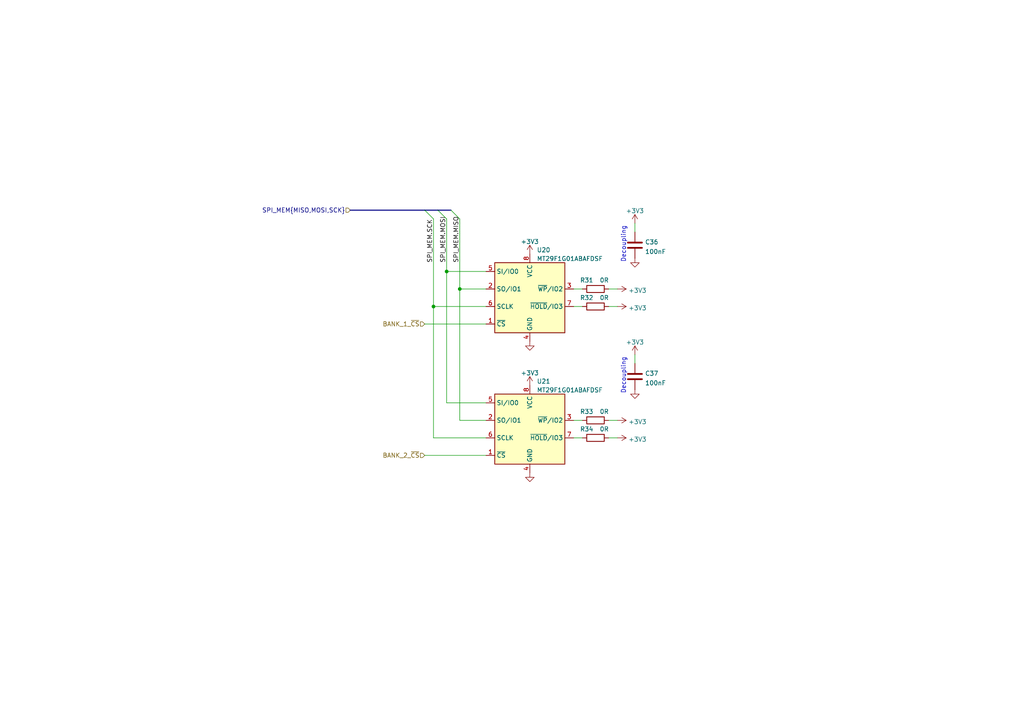
<source format=kicad_sch>
(kicad_sch (version 20211123) (generator eeschema)
  (paper "A4")
  (title_block (title "BUTCube - Flight controller") (date "2022-03-11") (rev "v1.0") (comment 1 "Author: Petr Malaník"))
  (lib_symbols
    (symbol "Device:C" (pin_numbers hide) (pin_names (offset 0.254))
      (property "Reference" "C" (at 0.635 2.54 0))
      (property "Value" "C" (at 0.635 -2.54 0))
      (symbol "C_0_1"
        (polyline (pts (xy -2.032 -0.762) (xy 2.032 -0.762)) (stroke (width 0.508)))
        (polyline (pts (xy -2.032 0.762) (xy 2.032 0.762)) (stroke (width 0.508)))
      )
      (symbol "C_1_1"
        (pin passive line (at 0 3.81 270) (length 2.794) (name "~") (number "1"))
        (pin passive line (at 0 -3.81 90) (length 2.794) (name "~") (number "2"))
      )
    )
    (symbol "Device:R" (pin_numbers hide) (pin_names (offset 0))
      (property "Reference" "R" (at 2.032 0 90))
      (property "Value" "R" (at 0 0 90))
      (symbol "R_0_1"
        (rectangle (start -1.016 -2.54) (end 1.016 2.54) (stroke (width 0.254)))
      )
      (symbol "R_1_1"
        (pin passive line (at 0 3.81 270) (length 1.27) (name "~") (number "1"))
        (pin passive line (at 0 -3.81 90) (length 1.27) (name "~") (number "2"))
      )
    )
    (symbol "MT29F1G01ABAFDSF_1"
      (property "Reference" "U" (at -10.16 15.24 0))
      (property "Value" "MT29F1G01ABAFDSF_1" (at 12.7 15.24 0))
      (symbol "MT29F1G01ABAFDSF_1_1_1"
        (rectangle (start -10.16 10.16) (end 10.16 -10.16) (stroke (width 0.254)) (fill (type background)))
        (pin input line (at -12.7 -7.62 0) (length 2.54) (name "~{CS}") (number "1"))
        (pin bidirectional line (at -12.7 2.54 0) (length 2.54) (name "SO/IO1") (number "2"))
        (pin bidirectional line (at 12.7 2.54 180) (length 2.54) (name "~{WP}/IO2") (number "3"))
        (pin power_in line (at 0 -12.7 90) (length 2.54) (name "GND") (number "4"))
        (pin bidirectional line (at -12.7 7.62 0) (length 2.54) (name "SI/IO0") (number "5"))
        (pin input line (at -12.7 -2.54 0) (length 2.54) (name "SCLK") (number "6"))
        (pin bidirectional line (at 12.7 -2.54 180) (length 2.54) (name "~{HOLD}/IO3") (number "7"))
        (pin power_in line (at 0 12.7 270) (length 2.54) (name "VCC") (number "8"))
      )
    )
    (symbol "TCY_memory:MT29F1G01ABAFDSF"
      (property "Reference" "U" (at -10.16 15.24 0))
      (property "Value" "MT29F1G01ABAFDSF" (at 12.7 15.24 0))
      (symbol "MT29F1G01ABAFDSF_1_1"
        (rectangle (start -10.16 10.16) (end 10.16 -10.16) (stroke (width 0.254)) (fill (type background)))
        (pin input line (at -12.7 -7.62 0) (length 2.54) (name "~{CS}") (number "1"))
        (pin bidirectional line (at -12.7 2.54 0) (length 2.54) (name "SO/IO1") (number "2"))
        (pin bidirectional line (at 12.7 2.54 180) (length 2.54) (name "~{WP}/IO2") (number "3"))
        (pin power_in line (at 0 -12.7 90) (length 2.54) (name "GND") (number "4"))
        (pin bidirectional line (at -12.7 7.62 0) (length 2.54) (name "SI/IO0") (number "5"))
        (pin input line (at -12.7 -2.54 0) (length 2.54) (name "SCLK") (number "6"))
        (pin bidirectional line (at 12.7 -2.54 180) (length 2.54) (name "~{HOLD}/IO3") (number "7"))
        (pin power_in line (at 0 12.7 270) (length 2.54) (name "VCC") (number "8"))
      )
    )
    (symbol "power:+3.3V" (power) (pin_names (offset 0))
      (property "Value" "+3.3V" (at 0 3.556 0))
      (symbol "+3.3V_0_1"
        (polyline (pts (xy -0.762 1.27) (xy 0 2.54)))
        (polyline (pts (xy 0 0) (xy 0 2.54)))
        (polyline (pts (xy 0 2.54) (xy 0.762 1.27)))
      )
      (symbol "+3.3V_1_1"
        (pin power_in line (at 0 0 90) (length 0) hide (name "+3V3") (number "1"))
      )
    )
    (symbol "power:+3V3" (power) (pin_names (offset 0))
      (property "Value" "+3V3" (at 0 3.556 0))
      (symbol "+3V3_0_1"
        (polyline (pts (xy -0.762 1.27) (xy 0 2.54)))
        (polyline (pts (xy 0 0) (xy 0 2.54)))
        (polyline (pts (xy 0 2.54) (xy 0.762 1.27)))
      )
      (symbol "+3V3_1_1"
        (pin power_in line (at 0 0 90) (length 0) hide (name "+3V3") (number "1"))
      )
    )
    (symbol "power:GND" (power) (pin_names (offset 0))
      (property "Value" "GND" (at 0 -3.81 0))
      (symbol "GND_0_1"
        (polyline (pts (xy 0 0) (xy 0 -1.27) (xy 1.27 -1.27) (xy 0 -2.54) (xy -1.27 -1.27) (xy 0 -1.27)))
      )
      (symbol "GND_1_1"
        (pin power_in line (at 0 0 270) (length 0) hide (name "GND") (number "1"))
      )
    )
  )
  (junction (at 129.54 78.74))
  (junction (at 125.73 88.9))
  (junction (at 133.35 83.82))
  (bus_entry (at 127 60.96) (size 2.54 2.54))
  (bus_entry (at 123.19 60.96) (size 2.54 2.54))
  (bus_entry (at 130.81 60.96) (size 2.54 2.54))
  (wire (pts (xy 166.37 83.82) (xy 168.91 83.82)))
  (wire (pts (xy 176.53 88.9) (xy 179.07 88.9)))
  (wire (pts (xy 133.35 121.92) (xy 140.97 121.92)))
  (wire (pts (xy 129.54 63.5) (xy 129.54 78.74)))
  (wire (pts (xy 123.19 93.98) (xy 140.97 93.98)))
  (wire (pts (xy 125.73 63.5) (xy 125.73 88.9)))
  (bus (pts (xy 127 60.96) (xy 130.81 60.96)))
  (wire (pts (xy 184.15 64.77) (xy 184.15 67.31)))
  (wire (pts (xy 129.54 78.74) (xy 129.54 116.84)))
  (wire (pts (xy 140.97 88.9) (xy 125.73 88.9)))
  (wire (pts (xy 129.54 78.74) (xy 140.97 78.74)))
  (bus (pts (xy 123.19 60.96) (xy 127 60.96)))
  (wire (pts (xy 176.53 83.82) (xy 179.07 83.82)))
  (wire (pts (xy 176.53 127) (xy 179.07 127)))
  (wire (pts (xy 133.35 63.5) (xy 133.35 83.82)))
  (wire (pts (xy 133.35 83.82) (xy 133.35 121.92)))
  (bus (pts (xy 101.6 60.96) (xy 123.19 60.96)))
  (wire (pts (xy 166.37 127) (xy 168.91 127)))
  (wire (pts (xy 176.53 121.92) (xy 179.07 121.92)))
  (wire (pts (xy 166.37 121.92) (xy 168.91 121.92)))
  (wire (pts (xy 123.19 132.08) (xy 140.97 132.08)))
  (wire (pts (xy 184.15 102.87) (xy 184.15 105.41)))
  (wire (pts (xy 140.97 127) (xy 125.73 127)))
  (wire (pts (xy 140.97 116.84) (xy 129.54 116.84)))
  (wire (pts (xy 166.37 88.9) (xy 168.91 88.9)))
  (wire (pts (xy 133.35 83.82) (xy 140.97 83.82)))
  (wire (pts (xy 125.73 127) (xy 125.73 88.9)))
  (text "Decoupling" (at 181.61 76.2 90) (effects (font (size 1.27 1.27)) (justify left bottom)))
  (text "Decoupling" (at 181.61 114.3 90) (effects (font (size 1.27 1.27)) (justify left bottom)))
  (label "SPI_MEM.SCK" (at 125.73 76.2 90))
  (label "SPI_MEM.MISO" (at 133.35 76.2 90))
  (label "SPI_MEM.MOSI" (at 129.54 76.2 90))
  (hierarchical_label "SPI_MEM{MISO,MOSI,SCK}" (shape input) (at 101.6 60.96 180))
  (hierarchical_label "BANK_2_~{CS}" (shape input) (at 123.19 132.08 180))
  (hierarchical_label "BANK_1_~{CS}" (shape input) (at 123.19 93.98 180))
  (symbol (lib_id "power:+3V3") (at 179.07 121.92 270) (unit 1)
    (property "Reference" "#PWR0152" (effects hide))
    (property "Value" "+3V3" (at 182.245 122.3538 90) (effects (justify left)))
  )
  (symbol (lib_id "power:GND") (at 184.15 113.03 0) (unit 1)
    (property "Reference" "#PWR0157" (effects hide))
    (property "Value" "GND" (effects hide))
  )
  (symbol (lib_id "power:GND") (at 153.67 137.16 0) (unit 1)
    (property "Reference" "#PWR0149" (effects hide))
    (property "Value" "GND" (effects hide))
  )
  (symbol (lib_name "MT29F1G01ABAFDSF_1") (lib_id "TCY_memory:MT29F1G01ABAFDSF") (at 153.67 86.36 0) (unit 1)
    (property "Reference" "U20" (at 155.6894 72.5002 0) (effects (justify left)))
    (property "Value" "MT29F1G01ABAFDSF" (at 155.6894 75.0371 0) (effects (justify left)))
    (property "Footprint" "TCY_IC:DFN-8_8x6mm_P1.27mm" (effects hide))
    (property "Datasheet" "https://www.micron.com/-/media/client/global/documents/products/data-sheet/nand-flash/70-series/m78a_1gb_3v_nand_spi.pdf?rev=7270128474b44126bb737f0f07976723" (effects hide))
  )
  (symbol (lib_id "Device:C") (at 184.15 109.22 0) (unit 1)
    (property "Reference" "C37" (at 187.0711 108.3115 0) (effects (justify left)))
    (property "Value" "100nF" (at 187.0711 111.0866 0) (effects (justify left)))
    (property "Footprint" "TCY_passives:C_0603_1608Metric" (effects hide))
  )
  (symbol (lib_id "power:+3.3V") (at 184.15 64.77 0) (unit 1)
    (property "Reference" "#PWR0154" (effects hide))
    (property "Value" "+3.3V" (at 184.15 61.1655 0))
  )
  (symbol (lib_id "power:+3.3V") (at 184.15 102.87 0) (unit 1)
    (property "Reference" "#PWR0156" (effects hide))
    (property "Value" "+3.3V" (at 184.15 99.2655 0))
  )
  (symbol (lib_id "power:GND") (at 184.15 74.93 0) (unit 1)
    (property "Reference" "#PWR0155" (effects hide))
    (property "Value" "GND" (effects hide))
  )
  (symbol (lib_id "power:+3V3") (at 153.67 73.66 0) (unit 1)
    (property "Reference" "#PWR0146" (effects hide))
    (property "Value" "+3V3" (at 153.67 70.0842 0))
  )
  (symbol (lib_id "Device:R") (at 172.72 127 90) (unit 1)
    (property "Reference" "R34" (at 170.18 124.46 90))
    (property "Value" "0R" (at 175.26 124.46 90))
    (property "Footprint" "TCY_passives:R_0603_1608Metric" (effects hide))
  )
  (symbol (lib_id "power:+3V3") (at 153.67 111.76 0) (unit 1)
    (property "Reference" "#PWR0148" (effects hide))
    (property "Value" "+3V3" (at 153.67 108.1842 0))
  )
  (symbol (lib_id "power:+3V3") (at 179.07 83.82 270) (unit 1)
    (property "Reference" "#PWR0150" (effects hide))
    (property "Value" "+3V3" (at 182.245 84.2538 90) (effects (justify left)))
  )
  (symbol (lib_id "Device:R") (at 172.72 88.9 90) (unit 1)
    (property "Reference" "R32" (at 170.18 86.36 90))
    (property "Value" "0R" (at 175.26 86.36 90))
    (property "Footprint" "TCY_passives:R_0603_1608Metric" (effects hide))
  )
  (symbol (lib_id "power:+3V3") (at 179.07 88.9 270) (unit 1)
    (property "Reference" "#PWR0151" (effects hide))
    (property "Value" "+3V3" (at 182.245 89.3338 90) (effects (justify left)))
  )
  (symbol (lib_id "Device:R") (at 172.72 121.92 90) (unit 1)
    (property "Reference" "R33" (at 170.18 119.38 90))
    (property "Value" "0R" (at 175.26 119.38 90))
    (property "Footprint" "TCY_passives:R_0603_1608Metric" (effects hide))
  )
  (symbol (lib_id "Device:R") (at 172.72 83.82 90) (unit 1)
    (property "Reference" "R31" (at 170.18 81.28 90))
    (property "Value" "0R" (at 175.26 81.28 90))
    (property "Footprint" "TCY_passives:R_0603_1608Metric" (effects hide))
  )
  (symbol (lib_id "power:+3V3") (at 179.07 127 270) (unit 1)
    (property "Reference" "#PWR0153" (effects hide))
    (property "Value" "+3V3" (at 182.245 127.4338 90) (effects (justify left)))
  )
  (symbol (lib_id "TCY_memory:MT29F1G01ABAFDSF") (at 153.67 124.46 0) (unit 1)
    (property "Reference" "U21" (at 155.6894 110.6002 0) (effects (justify left)))
    (property "Value" "MT29F1G01ABAFDSF" (at 155.6894 113.1371 0) (effects (justify left)))
    (property "Footprint" "TCY_IC:DFN-8_8x6mm_P1.27mm" (effects hide))
    (property "Datasheet" "https://www.micron.com/-/media/client/global/documents/products/data-sheet/nand-flash/70-series/m78a_1gb_3v_nand_spi.pdf?rev=7270128474b44126bb737f0f07976723" (effects hide))
  )
  (symbol (lib_id "power:GND") (at 153.67 99.06 0) (unit 1)
    (property "Reference" "#PWR0147" (effects hide))
    (property "Value" "GND" (effects hide))
  )
  (symbol (lib_id "Device:C") (at 184.15 71.12 0) (unit 1)
    (property "Reference" "C36" (at 187.0711 70.2115 0) (effects (justify left)))
    (property "Value" "100nF" (at 187.0711 72.9866 0) (effects (justify left)))
    (property "Footprint" "TCY_passives:C_0603_1608Metric" (effects hide))
  )
)
</source>
